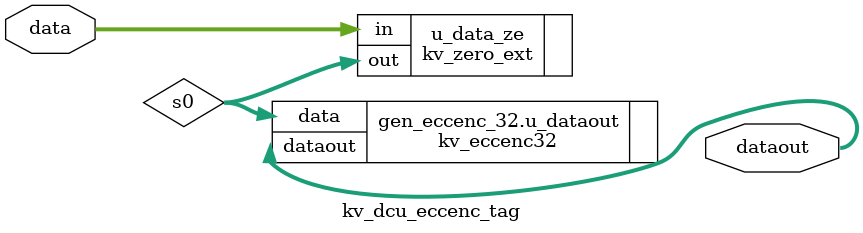
<source format=v>

module kv_dcu_eccenc_tag (
    data,
    dataout
);
parameter DW = 32;
localparam PW = (DW > 32) ? 8 : 7;
localparam DW_ZE = (DW > 32) ? 64 : 32;
input [DW - 1:0] data;
output [PW - 1:0] dataout;


wire [DW_ZE - 1:0] s0;
kv_zero_ext #(
    .OW(DW_ZE),
    .IW(DW)
) u_data_ze (
    .out(s0),
    .in(data)
);
generate
    if (DW > 32) begin:gen_eccenc_64
        kv_eccenc64 u_dataout(
            .data(s0),
            .dataout(dataout)
        );
    end
    else begin:gen_eccenc_32
        kv_eccenc32 u_dataout(
            .data(s0),
            .dataout(dataout)
        );
    end
endgenerate
endmodule


</source>
